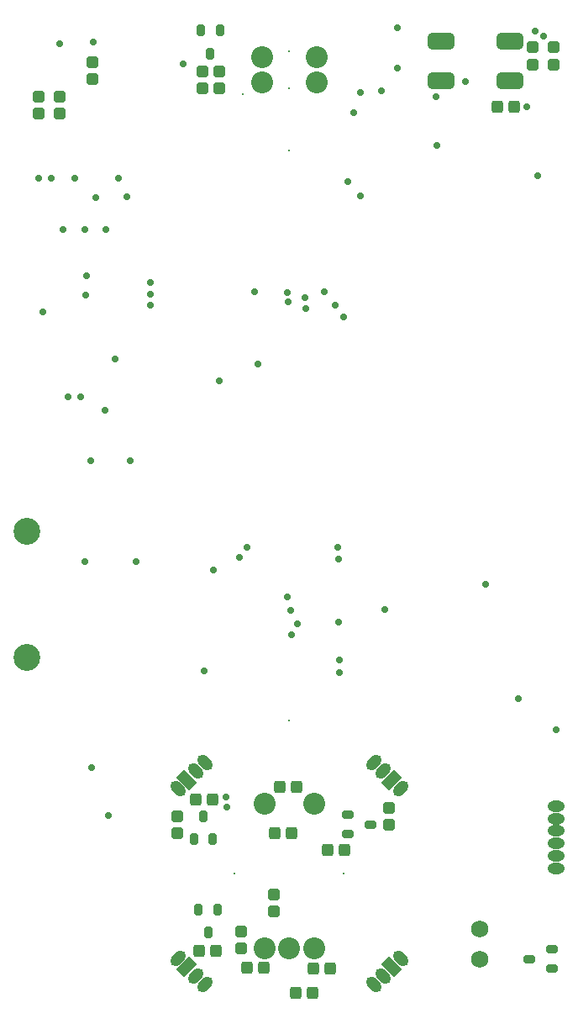
<source format=gbs>
G04 Layer_Color=16711935*
%FSLAX44Y44*%
%MOMM*%
G71*
G01*
G75*
G04:AMPARAMS|DCode=54|XSize=1.2032mm|YSize=1.1032mm|CornerRadius=0.2141mm|HoleSize=0mm|Usage=FLASHONLY|Rotation=270.000|XOffset=0mm|YOffset=0mm|HoleType=Round|Shape=RoundedRectangle|*
%AMROUNDEDRECTD54*
21,1,1.2032,0.6750,0,0,270.0*
21,1,0.7750,1.1032,0,0,270.0*
1,1,0.4282,-0.3375,-0.3875*
1,1,0.4282,-0.3375,0.3875*
1,1,0.4282,0.3375,0.3875*
1,1,0.4282,0.3375,-0.3875*
%
%ADD54ROUNDEDRECTD54*%
G04:AMPARAMS|DCode=69|XSize=1.2032mm|YSize=1.1032mm|CornerRadius=0.2141mm|HoleSize=0mm|Usage=FLASHONLY|Rotation=0.000|XOffset=0mm|YOffset=0mm|HoleType=Round|Shape=RoundedRectangle|*
%AMROUNDEDRECTD69*
21,1,1.2032,0.6750,0,0,0.0*
21,1,0.7750,1.1032,0,0,0.0*
1,1,0.4282,0.3875,-0.3375*
1,1,0.4282,-0.3875,-0.3375*
1,1,0.4282,-0.3875,0.3375*
1,1,0.4282,0.3875,0.3375*
%
%ADD69ROUNDEDRECTD69*%
G04:AMPARAMS|DCode=73|XSize=0.8032mm|YSize=1.2032mm|CornerRadius=0.1766mm|HoleSize=0mm|Usage=FLASHONLY|Rotation=270.000|XOffset=0mm|YOffset=0mm|HoleType=Round|Shape=RoundedRectangle|*
%AMROUNDEDRECTD73*
21,1,0.8032,0.8500,0,0,270.0*
21,1,0.4500,1.2032,0,0,270.0*
1,1,0.3532,-0.4250,-0.2250*
1,1,0.3532,-0.4250,0.2250*
1,1,0.3532,0.4250,0.2250*
1,1,0.3532,0.4250,-0.2250*
%
%ADD73ROUNDEDRECTD73*%
G04:AMPARAMS|DCode=74|XSize=0.8032mm|YSize=1.2032mm|CornerRadius=0.1766mm|HoleSize=0mm|Usage=FLASHONLY|Rotation=0.000|XOffset=0mm|YOffset=0mm|HoleType=Round|Shape=RoundedRectangle|*
%AMROUNDEDRECTD74*
21,1,0.8032,0.8500,0,0,0.0*
21,1,0.4500,1.2032,0,0,0.0*
1,1,0.3532,0.2250,-0.4250*
1,1,0.3532,-0.2250,-0.4250*
1,1,0.3532,-0.2250,0.4250*
1,1,0.3532,0.2250,0.4250*
%
%ADD74ROUNDEDRECTD74*%
%ADD80O,1.7032X1.1032*%
%ADD81C,2.2032*%
%ADD82R,0.2032X0.2032*%
%ADD83C,0.2032*%
%ADD84C,1.7272*%
G04:AMPARAMS|DCode=85|XSize=1.1mm|YSize=1.8mm|CornerRadius=0mm|HoleSize=0mm|Usage=FLASHONLY|Rotation=225.000|XOffset=0mm|YOffset=0mm|HoleType=Round|Shape=Round|*
%AMOVALD85*
21,1,0.7000,1.1000,0.0000,0.0000,315.0*
1,1,1.1000,-0.2475,0.2475*
1,1,1.1000,0.2475,-0.2475*
%
%ADD85OVALD85*%

G04:AMPARAMS|DCode=86|XSize=1.1mm|YSize=1.8mm|CornerRadius=0mm|HoleSize=0mm|Usage=FLASHONLY|Rotation=225.000|XOffset=0mm|YOffset=0mm|HoleType=Round|Shape=Rectangle|*
%AMROTATEDRECTD86*
4,1,4,-0.2475,1.0253,1.0253,-0.2475,0.2475,-1.0253,-1.0253,0.2475,-0.2475,1.0253,0.0*
%
%ADD86ROTATEDRECTD86*%

G04:AMPARAMS|DCode=87|XSize=1.1mm|YSize=1.8mm|CornerRadius=0mm|HoleSize=0mm|Usage=FLASHONLY|Rotation=135.000|XOffset=0mm|YOffset=0mm|HoleType=Round|Shape=Round|*
%AMOVALD87*
21,1,0.7000,1.1000,0.0000,0.0000,225.0*
1,1,1.1000,0.2475,0.2475*
1,1,1.1000,-0.2475,-0.2475*
%
%ADD87OVALD87*%

G04:AMPARAMS|DCode=88|XSize=1.1mm|YSize=1.8mm|CornerRadius=0mm|HoleSize=0mm|Usage=FLASHONLY|Rotation=135.000|XOffset=0mm|YOffset=0mm|HoleType=Round|Shape=Rectangle|*
%AMROTATEDRECTD88*
4,1,4,1.0253,0.2475,-0.2475,-1.0253,-1.0253,-0.2475,0.2475,1.0253,1.0253,0.2475,0.0*
%
%ADD88ROTATEDRECTD88*%

%ADD89C,2.7032*%
%ADD90C,0.7032*%
G04:AMPARAMS|DCode=91|XSize=2.7032mm|YSize=1.7032mm|CornerRadius=0.4766mm|HoleSize=0mm|Usage=FLASHONLY|Rotation=0.000|XOffset=0mm|YOffset=0mm|HoleType=Round|Shape=RoundedRectangle|*
%AMROUNDEDRECTD91*
21,1,2.7032,0.7500,0,0,0.0*
21,1,1.7500,1.7032,0,0,0.0*
1,1,0.9532,0.8750,-0.3750*
1,1,0.9532,-0.8750,-0.3750*
1,1,0.9532,-0.8750,0.3750*
1,1,0.9532,0.8750,0.3750*
%
%ADD91ROUNDEDRECTD91*%
D54*
X274500Y39000D02*
D03*
X257500D02*
D03*
X324500Y38000D02*
D03*
X341500D02*
D03*
X222500Y209000D02*
D03*
X205500D02*
D03*
X209000Y56500D02*
D03*
X226000D02*
D03*
X307500Y221500D02*
D03*
X290500D02*
D03*
X526500Y906000D02*
D03*
X509500D02*
D03*
X355750Y157500D02*
D03*
X338750D02*
D03*
X302500Y175000D02*
D03*
X285500D02*
D03*
X323750Y14000D02*
D03*
X306750D02*
D03*
D69*
X229585Y942076D02*
D03*
Y925077D02*
D03*
X101500Y934500D02*
D03*
Y951500D02*
D03*
X212042Y942000D02*
D03*
Y925000D02*
D03*
X47750Y899750D02*
D03*
Y916750D02*
D03*
X400500Y200500D02*
D03*
Y183500D02*
D03*
X545000Y966000D02*
D03*
Y949000D02*
D03*
X566500Y966000D02*
D03*
Y949000D02*
D03*
X68750Y899750D02*
D03*
Y916750D02*
D03*
X284750Y112750D02*
D03*
Y95750D02*
D03*
X187000Y191750D02*
D03*
Y174750D02*
D03*
X251000Y58750D02*
D03*
Y75750D02*
D03*
D73*
X542000Y48000D02*
D03*
X565000Y38500D02*
D03*
Y57500D02*
D03*
X382000Y183500D02*
D03*
X359000Y193000D02*
D03*
Y174000D02*
D03*
D74*
X220423Y960000D02*
D03*
X229923Y983000D02*
D03*
X210923D02*
D03*
X213500Y192000D02*
D03*
X204000Y169000D02*
D03*
X223000D02*
D03*
X218000Y74500D02*
D03*
X227500Y97500D02*
D03*
X208500D02*
D03*
D80*
X569000Y139500D02*
D03*
Y152000D02*
D03*
Y164500D02*
D03*
Y177000D02*
D03*
Y189500D02*
D03*
Y202000D02*
D03*
D81*
X275000Y59000D02*
D03*
X300000D02*
D03*
X325000D02*
D03*
Y204000D02*
D03*
X275000D02*
D03*
X272500Y956200D02*
D03*
Y930800D02*
D03*
X327500D02*
D03*
Y956200D02*
D03*
D82*
X355000Y134000D02*
D03*
D83*
X245000D02*
D03*
X300000Y962500D02*
D03*
Y924500D02*
D03*
X253500Y919000D02*
D03*
X300000Y288000D02*
D03*
Y862000D02*
D03*
D84*
X492000Y78000D02*
D03*
Y48000D02*
D03*
D85*
X187769Y219270D02*
D03*
X205730Y237230D02*
D03*
X214710Y246210D02*
D03*
X412211Y48941D02*
D03*
X394250Y30980D02*
D03*
X385270Y22000D02*
D03*
D86*
X196749Y228250D02*
D03*
X403231Y39960D02*
D03*
D87*
X187769Y48941D02*
D03*
X205730Y30980D02*
D03*
X214710Y22000D02*
D03*
X412211Y219269D02*
D03*
X394250Y237230D02*
D03*
X385270Y246210D02*
D03*
D88*
X196749Y39960D02*
D03*
X403231Y228249D02*
D03*
D89*
X35800Y351500D02*
D03*
Y478500D02*
D03*
D90*
X124000Y652000D02*
D03*
X229000Y630000D02*
D03*
X268000Y647000D02*
D03*
X114000Y601000D02*
D03*
X96000Y736000D02*
D03*
X392500Y922500D02*
D03*
X365000Y900000D02*
D03*
X371500Y921000D02*
D03*
X334999Y719999D02*
D03*
X60000Y834500D02*
D03*
X140000Y550000D02*
D03*
X100000D02*
D03*
X350000Y450950D02*
D03*
X349000Y463000D02*
D03*
X550500Y837000D02*
D03*
X298000Y719500D02*
D03*
X477500Y932000D02*
D03*
X355000Y694500D02*
D03*
X346500Y706500D02*
D03*
X160000Y729000D02*
D03*
Y717750D02*
D03*
Y706500D02*
D03*
X93500Y783000D02*
D03*
X115500D02*
D03*
X71500D02*
D03*
X95000Y717000D02*
D03*
X236500Y211500D02*
D03*
X237000Y201000D02*
D03*
X395850Y400150D02*
D03*
X530500Y310500D02*
D03*
X569000Y279000D02*
D03*
X297850Y412850D02*
D03*
X223500Y440000D02*
D03*
X193000Y949500D02*
D03*
X102000Y971500D02*
D03*
X68500Y970000D02*
D03*
X145500Y448500D02*
D03*
X350650Y349350D02*
D03*
X350650Y336650D02*
D03*
X497750Y425000D02*
D03*
X371500Y816250D02*
D03*
X358750Y830500D02*
D03*
X117250Y192750D02*
D03*
X93750Y448500D02*
D03*
X449000Y867000D02*
D03*
X250000Y452500D02*
D03*
X83500Y834000D02*
D03*
X47500Y834250D02*
D03*
X128000Y834000D02*
D03*
X104500Y815000D02*
D03*
X136500Y815500D02*
D03*
X214000Y338500D02*
D03*
X350000Y387500D02*
D03*
X302500Y374500D02*
D03*
X301000Y399500D02*
D03*
X257500Y463000D02*
D03*
X265000Y720000D02*
D03*
X100500Y240499D02*
D03*
X409000Y985500D02*
D03*
X408500Y945500D02*
D03*
X539000Y906000D02*
D03*
X448000Y916000D02*
D03*
X548000Y982500D02*
D03*
X556000Y977000D02*
D03*
X316000Y714000D02*
D03*
X316500Y703000D02*
D03*
X52000Y700000D02*
D03*
X299000Y709500D02*
D03*
X308000Y385500D02*
D03*
X89650Y614150D02*
D03*
X76750Y614000D02*
D03*
D91*
X452500Y972500D02*
D03*
X522500D02*
D03*
X452500Y932500D02*
D03*
X522500D02*
D03*
M02*

</source>
